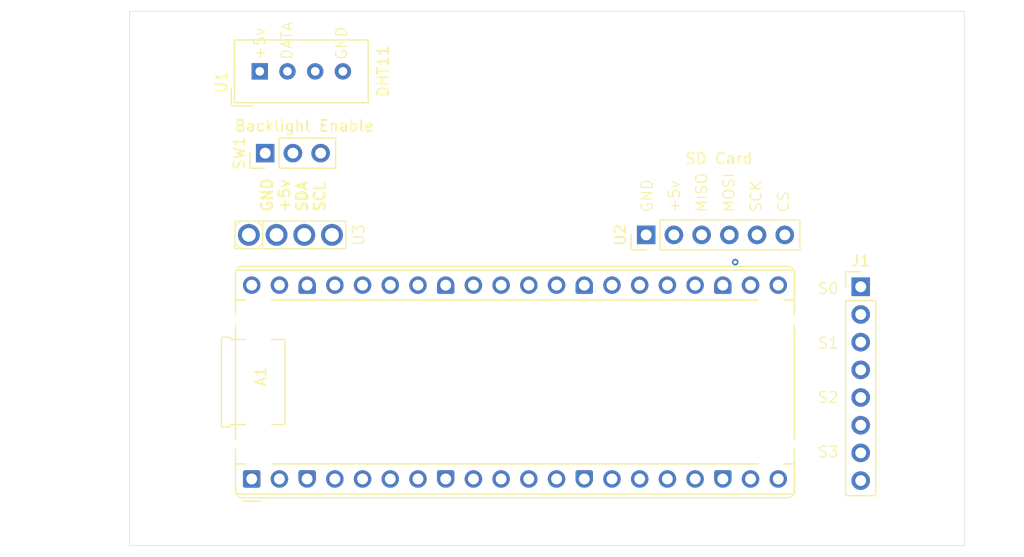
<source format=kicad_pcb>
(kicad_pcb (version 20241229) (generator "pcbnew") (generator_version "9.0")
  (layers (0 "F.Cu" signal) (2 "B.Cu" signal) (13 "F.Paste" user) (15 "B.Paste" user) (5 "F.SilkS" user "F.Silkscreen") (7 "B.SilkS" user "B.Silkscreen") (1 "F.Mask" user) (3 "B.Mask" user) (25 "Edge.Cuts" user))
  (net 0 "")
  (net 1 "GND")
  (net 3 "CS")
  (net 5 "S3")
  (net 6 "Net-(A1-GPIO20)")
  (net 8 "S2")
  (net 10 "MOSI")
  (net 14 "SCK")
  (net 15 "S1")
  (net 24 "SDA")
  (net 26 "SCL")
  (net 28 "+5V")
  (net 30 "S0")
  (net 31 "MISO")
  (net 34 "Net-(A1-GPIO0)")
  (footprint "Module:RaspberryPi_Pico_Common_THT" (layer "F.Cu") (at 109.6825 146.39 90)
    (property "Reference" "A1" (at 8.39 0.8175 90) (layer "F.SilkS") (effects (justify left)))
    (property "Value" "RaspberryPi_Pico")
    (fp_line (start 13 -2.78) (end 13 -1.96) (stroke (width 0.12)) (layer "F.SilkS"))
    (fp_line (start 4.78 -2.78) (end 13 -2.78) (stroke (width 0.12)) (layer "F.SilkS"))
    (fp_line (start 4.78 -2.78) (end 4.78 -1.96) (stroke (width 0.12)) (layer "F.SilkS"))
    (fp_line (start 13 -1.96) (end 12.79 -1.96) (stroke (width 0.12)) (layer "F.SilkS"))
    (fp_line (start 12.79 -1.96) (end 12.79 -0.564) (stroke (width 0.12)) (layer "F.SilkS"))
    (fp_line (start 4.99 -1.96) (end 4.99 -0.564) (stroke (width 0.12)) (layer "F.SilkS"))
    (fp_line (start 4.78 -1.96) (end 4.99 -1.96) (stroke (width 0.12)) (layer "F.SilkS"))
    (fp_line (start 18.89 -1.48) (end 16.4 -1.48) (stroke (width 0.12)) (layer "F.SilkS"))
    (fp_line (start 16.4 -1.48) (end 16.4 -0.56648) (stroke (width 0.12)) (layer "F.SilkS"))
    (fp_line (start 15.052061 -1.48) (end 16.4 -1.48) (stroke (width 0.12)) (layer "F.SilkS"))
    (fp_line (start 13.125 -1.48) (end 14.127939 -1.48) (stroke (width 0.12)) (layer "F.SilkS"))
    (fp_line (start 4.655 -1.48) (end 13.125 -1.48) (stroke (width 0.12)) (layer "F.SilkS"))
    (fp_line (start 3.652061 -1.48) (end 4.655 -1.48) (stroke (width 0.12)) (layer "F.SilkS"))
    (fp_line (start 1.38 -1.48) (end 2.72794 -1.48) (stroke (width 0.12)) (layer "F.SilkS"))
    (fp_line (start 1.38 -1.48) (end 1.38 -0.56648) (stroke (width 0.12)) (layer "F.SilkS"))
    (fp_line (start -1.11 -1.48) (end 1.38 -1.48) (stroke (width 0.12)) (layer "F.SilkS"))
    (fp_line (start -1.38 -1.417) (end -1.38 49.677) (stroke (width 0.12)) (layer "F.SilkS"))
    (fp_line (start 19.5 -0.87) (end 19.5 49.13) (stroke (width 0.12)) (layer "F.SilkS"))
    (fp_line (start -1.72 -0.87) (end -1.72 49.13) (stroke (width 0.12)) (layer "F.SilkS"))
    (fp_line (start -2.04 0.8) (end -2.04 -0.8) (stroke (width 0.12)) (layer "F.SilkS"))
    (fp_line (start 12.79 1.824) (end 12.79 3.04) (stroke (width 0.12)) (layer "F.SilkS"))
    (fp_line (start 4.99 1.824) (end 4.99 3.04) (stroke (width 0.12)) (layer "F.SilkS"))
    (fp_line (start 16.4 1.82648) (end 16.4 46.43352) (stroke (width 0.12)) (layer "F.SilkS"))
    (fp_line (start 1.38 1.82648) (end 1.38 46.43352) (stroke (width 0.12)) (layer "F.SilkS"))
    (fp_line (start 12.79 3.04) (end 4.99 3.04) (stroke (width 0.12)) (layer "F.SilkS"))
    (fp_line (start 16.4 48.82648) (end 16.4 49.74) (stroke (width 0.12)) (layer "F.SilkS"))
    (fp_line (start 1.38 48.82648) (end 1.38 49.74) (stroke (width 0.12)) (layer "F.SilkS"))
    (fp_line (start 19.16 49.677) (end 19.16 -1.417) (stroke (width 0.12)) (layer "F.SilkS"))
    (fp_line (start 15.052061 49.74) (end 18.89 49.74) (stroke (width 0.12)) (layer "F.SilkS"))
    (fp_line (start 14.127939 49.74) (end 12.49 49.74) (stroke (width 0.12)) (layer "F.SilkS"))
    (fp_line (start 12.49 49.74) (end 5.29 49.74) (stroke (width 0.12)) (layer "F.SilkS"))
    (fp_line (start 5.29 49.74) (end 3.652061 49.74) (stroke (width 0.12)) (layer "F.SilkS"))
    (fp_line (start -1.11 49.74) (end 2.727939 49.74) (stroke (width 0.12)) (layer "F.SilkS"))
    (fp_arc (start 18.89 -1.48) (mid 19.321335 -1.301335) (end 19.5 -0.87) (stroke (width 0.12)) (layer "F.SilkS"))
    (fp_arc (start -1.72 -0.87) (mid -1.541335 -1.301335) (end -1.11 -1.48) (stroke (width 0.12)) (layer "F.SilkS"))
    (fp_arc (start 19.5 49.13) (mid 19.321335 49.561335) (end 18.89 49.74) (stroke (width 0.12)) (layer "F.SilkS"))
    (fp_arc (start -1.11 49.74) (mid -1.541364 49.561364) (end -1.72 49.13) (stroke (width 0.12)) (layer "F.SilkS"))
    (pad "1" thru_hole roundrect (at 0 0 90) (size 1.6 1.6) (drill 1) (layers "*.Cu" "*.Mask") (roundrect_rratio 0.125) (net 34 "Net-(A1-GPIO0)"))
    (pad "2" thru_hole circle (at 0 2.54 90) (size 1.6 1.6) (drill 1) (layers "*.Cu" "*.Mask"))
    (pad "3" thru_hole custom (at 0 5.08 90) (size 1.6 1.6) (drill 1) (layers "*.Cu" "*.Mask") (net 1 "GND") (options (clearance outline) (anchor circle)) (primitives (gr_poly (pts (xy 0.8 0.6) (xy 0.8 -0.6) (xy 0.6 -0.8) (xy 0 -0.8) (xy 0 0.8) (xy 0.6 0.8)) (width 0) (fill yes)) (gr_circle (center 0.6 0.6) (end 0.8 0.6) (width 0) (fill yes)) (gr_circle (center 0.6 -0.6) (end 0.8 -0.6) (width 0) (fill yes))))
    (pad "4" thru_hole circle (at 0 7.62 90) (size 1.6 1.6) (drill 1) (layers "*.Cu" "*.Mask"))
    (pad "5" thru_hole circle (at 0 10.16 90) (size 1.6 1.6) (drill 1) (layers "*.Cu" "*.Mask"))
    (pad "6" thru_hole circle (at 0 12.7 90) (size 1.6 1.6) (drill 1) (layers "*.Cu" "*.Mask") (net 24 "SDA"))
    (pad "7" thru_hole circle (at 0 15.24 90) (size 1.6 1.6) (drill 1) (layers "*.Cu" "*.Mask") (net 26 "SCL"))
    (pad "8" thru_hole custom (at 0 17.78 90) (size 1.6 1.6) (drill 1) (layers "*.Cu" "*.Mask") (net 1 "GND") (options (clearance outline) (anchor circle)) (primitives (gr_poly (pts (xy 0.8 0.6) (xy 0.8 -0.6) (xy 0.6 -0.8) (xy 0 -0.8) (xy 0 0.8) (xy 0.6 0.8)) (width 0) (fill yes)) (gr_circle (center 0.6 0.6) (end 0.8 0.6) (width 0) (fill yes)) (gr_circle (center 0.6 -0.6) (end 0.8 -0.6) (width 0) (fill yes))))
    (pad "9" thru_hole circle (at 0 20.32 90) (size 1.6 1.6) (drill 1) (layers "*.Cu" "*.Mask"))
    (pad "10" thru_hole circle (at 0 22.86 90) (size 1.6 1.6) (drill 1) (layers "*.Cu" "*.Mask"))
    (pad "11" thru_hole circle (at 0 25.4 90) (size 1.6 1.6) (drill 1) (layers "*.Cu" "*.Mask"))
    (pad "12" thru_hole circle (at 0 27.94 90) (size 1.6 1.6) (drill 1) (layers "*.Cu" "*.Mask"))
    (pad "13" thru_hole custom (at 0 30.48 90) (size 1.6 1.6) (drill 1) (layers "*.Cu" "*.Mask") (net 1 "GND") (options (clearance outline) (anchor circle)) (primitives (gr_poly (pts (xy 0.8 0.6) (xy 0.8 -0.6) (xy 0.6 -0.8) (xy 0 -0.8) (xy 0 0.8) (xy 0.6 0.8)) (width 0) (fill yes)) (gr_circle (center 0.6 0.6) (end 0.8 0.6) (width 0) (fill yes)) (gr_circle (center 0.6 -0.6) (end 0.8 -0.6) (width 0) (fill yes))))
    (pad "14" thru_hole circle (at 0 33.02 90) (size 1.6 1.6) (drill 1) (layers "*.Cu" "*.Mask"))
    (pad "15" thru_hole circle (at 0 35.56 90) (size 1.6 1.6) (drill 1) (layers "*.Cu" "*.Mask"))
    (pad "16" thru_hole circle (at 0 38.1 90) (size 1.6 1.6) (drill 1) (layers "*.Cu" "*.Mask") (net 30 "S0"))
    (pad "17" thru_hole circle (at 0 40.64 90) (size 1.6 1.6) (drill 1) (layers "*.Cu" "*.Mask") (net 15 "S1"))
    (pad "18" thru_hole custom (at 0 43.18 90) (size 1.6 1.6) (drill 1) (layers "*.Cu" "*.Mask") (net 1 "GND") (options (clearance outline) (anchor circle)) (primitives (gr_poly (pts (xy 0.8 0.6) (xy 0.8 -0.6) (xy 0.6 -0.8) (xy 0 -0.8) (xy 0 0.8) (xy 0.6 0.8)) (width 0) (fill yes)) (gr_circle (center 0.6 0.6) (end 0.8 0.6) (width 0) (fill yes)) (gr_circle (center 0.6 -0.6) (end 0.8 -0.6) (width 0) (fill yes))))
    (pad "19" thru_hole circle (at 0 45.72 90) (size 1.6 1.6) (drill 1) (layers "*.Cu" "*.Mask") (net 8 "S2"))
    (pad "20" thru_hole circle (at 0 48.26 90) (size 1.6 1.6) (drill 1) (layers "*.Cu" "*.Mask") (net 5 "S3"))
    (pad "21" thru_hole circle (at 17.78 48.26 90) (size 1.6 1.6) (drill 1) (layers "*.Cu" "*.Mask") (net 31 "MISO"))
    (pad "22" thru_hole circle (at 17.78 45.72 90) (size 1.6 1.6) (drill 1) (layers "*.Cu" "*.Mask") (net 3 "CS"))
    (pad "23" thru_hole custom (at 17.78 43.18 90) (size 1.6 1.6) (drill 1) (layers "*.Cu" "*.Mask") (net 1 "GND") (options (clearance outline) (anchor circle)) (primitives (gr_poly (pts (xy -0.8 0.6) (xy -0.8 -0.6) (xy -0.6 -0.8) (xy 0 -0.8) (xy 0 0.8) (xy -0.6 0.8)) (width 0) (fill yes)) (gr_circle (center -0.6 0.6) (end -0.4 0.6) (width 0) (fill yes)) (gr_circle (center -0.6 -0.6) (end -0.4 -0.6) (width 0) (fill yes))))
    (pad "24" thru_hole circle (at 17.78 40.64 90) (size 1.6 1.6) (drill 1) (layers "*.Cu" "*.Mask") (net 14 "SCK"))
    (pad "25" thru_hole circle (at 17.78 38.1 90) (size 1.6 1.6) (drill 1) (layers "*.Cu" "*.Mask") (net 10 "MOSI"))
    (pad "26" thru_hole circle (at 17.78 35.56 90) (size 1.6 1.6) (drill 1) (layers "*.Cu" "*.Mask") (net 6 "Net-(A1-GPIO20)"))
    (pad "27" thru_hole circle (at 17.78 33.02 90) (size 1.6 1.6) (drill 1) (layers "*.Cu" "*.Mask"))
    (pad "28" thru_hole custom (at 17.78 30.48 90) (size 1.6 1.6) (drill 1) (layers "*.Cu" "*.Mask") (net 1 "GND") (options (clearance outline) (anchor circle)) (primitives (gr_poly (pts (xy -0.8 0.6) (xy -0.8 -0.6) (xy -0.6 -0.8) (xy 0 -0.8) (xy 0 0.8) (xy -0.6 0.8)) (width 0) (fill yes)) (gr_circle (center -0.6 0.6) (end -0.4 0.6) (width 0) (fill yes)) (gr_circle (center -0.6 -0.6) (end -0.4 -0.6) (width 0) (fill yes))))
    (pad "29" thru_hole circle (at 17.78 27.94 90) (size 1.6 1.6) (drill 1) (layers "*.Cu" "*.Mask"))
    (pad "30" thru_hole circle (at 17.78 25.4 90) (size 1.6 1.6) (drill 1) (layers "*.Cu" "*.Mask"))
    (pad "31" thru_hole circle (at 17.78 22.86 90) (size 1.6 1.6) (drill 1) (layers "*.Cu" "*.Mask"))
    (pad "32" thru_hole circle (at 17.78 20.32 90) (size 1.6 1.6) (drill 1) (layers "*.Cu" "*.Mask"))
    (pad "33" thru_hole custom (at 17.78 17.78 90) (size 1.6 1.6) (drill 1) (layers "*.Cu" "*.Mask") (options (clearance outline) (anchor circle)) (primitives (gr_poly (pts (xy -0.8 0.6) (xy -0.8 -0.6) (xy -0.6 -0.8) (xy 0 -0.8) (xy 0 0.8) (xy -0.6 0.8)) (width 0) (fill yes)) (gr_circle (center -0.6 0.6) (end -0.4 0.6) (width 0) (fill yes)) (gr_circle (center -0.6 -0.6) (end -0.4 -0.6) (width 0) (fill yes))))
    (pad "34" thru_hole circle (at 17.78 15.24 90) (size 1.6 1.6) (drill 1) (layers "*.Cu" "*.Mask"))
    (pad "35" thru_hole circle (at 17.78 12.7 90) (size 1.6 1.6) (drill 1) (layers "*.Cu" "*.Mask"))
    (pad "36" thru_hole circle (at 17.78 10.16 90) (size 1.6 1.6) (drill 1) (layers "*.Cu" "*.Mask"))
    (pad "37" thru_hole circle (at 17.78 7.62 90) (size 1.6 1.6) (drill 1) (layers "*.Cu" "*.Mask"))
    (pad "38" thru_hole custom (at 17.78 5.08 90) (size 1.6 1.6) (drill 1) (layers "*.Cu" "*.Mask") (net 1 "GND") (options (clearance outline) (anchor circle)) (primitives (gr_poly (pts (xy -0.8 0.6) (xy -0.8 -0.6) (xy -0.6 -0.8) (xy 0 -0.8) (xy 0 0.8) (xy -0.6 0.8)) (width 0) (fill yes)) (gr_circle (center -0.6 0.6) (end -0.4 0.6) (width 0) (fill yes)) (gr_circle (center -0.6 -0.6) (end -0.4 -0.6) (width 0) (fill yes))))
    (pad "39" thru_hole circle (at 17.78 2.54 90) (size 1.6 1.6) (drill 1) (layers "*.Cu" "*.Mask"))
    (pad "40" thru_hole circle (at 17.78 0 90) (size 1.6 1.6) (drill 1) (layers "*.Cu" "*.Mask") (net 28 "+5V"))
  )
  (footprint "Sensor:Aosong_DHT11_5.5x12.0_P2.54mm" (layer "F.Cu") (at 110.42 109 90)
    (property "Reference" "U1" (at -1 -3.5 90) (layer "F.SilkS"))
    (property "Value" "DHT11" (at 0 11.3 90) (layer "F.SilkS"))
    (fp_line (start -3.16 -2.6) (end -1.55 -2.6) (stroke (width 0.12)) (layer "F.SilkS"))
    (fp_line (start -3.16 -2.6) (end -3.16 -0.6) (stroke (width 0.12)) (layer "F.SilkS"))
    (fp_line (start 2.88 -2.32) (end 2.88 9.94) (stroke (width 0.12)) (layer "F.SilkS"))
    (fp_line (start -2.87 -2.32) (end 2.87 -2.32) (stroke (width 0.12)) (layer "F.SilkS"))
    (fp_line (start 2.88 9.94) (end -2.88 9.94) (stroke (width 0.12)) (layer "F.SilkS"))
    (fp_line (start -2.88 9.94) (end -2.88 -2.31) (stroke (width 0.12)) (layer "F.SilkS"))
    (pad "1" thru_hole rect (at 0 0 90) (size 1.5 1.5) (drill 0.8) (layers "*.Cu" "*.Mask") (net 28 "+5V"))
    (pad "2" thru_hole circle (at 0 2.54 90) (size 1.5 1.5) (drill 0.8) (layers "*.Cu" "*.Mask") (net 34 "Net-(A1-GPIO0)"))
    (pad "3" thru_hole circle (at 0 5.08 90) (size 1.5 1.5) (drill 0.8) (layers "*.Cu" "*.Mask"))
    (pad "4" thru_hole circle (at 0 7.62 90) (size 1.5 1.5) (drill 0.8) (layers "*.Cu" "*.Mask") (net 1 "GND"))
  )
  (footprint "Connector_PinHeader_2.54mm:PinHeader_1x03_P2.54mm_Vertical" (layer "F.Cu") (at 110.92 116.5 90)
    (property "Reference" "SW1" (at 0 -2.38 90) (layer "F.SilkS"))
    (property "Value" "Backlight Enable" (at 2.5 3.58 180) (layer "F.SilkS"))
    (fp_line (start -1.38 -1.38) (end 0 -1.38) (stroke (width 0.12)) (layer "F.SilkS"))
    (fp_line (start -1.38 0) (end -1.38 -1.38) (stroke (width 0.12)) (layer "F.SilkS"))
    (fp_line (start 1.38 1.27) (end 1.38 6.46) (stroke (width 0.12)) (layer "F.SilkS"))
    (fp_line (start -1.38 1.27) (end 1.38 1.27) (stroke (width 0.12)) (layer "F.SilkS"))
    (fp_line (start -1.38 1.27) (end -1.38 6.46) (stroke (width 0.12)) (layer "F.SilkS"))
    (fp_line (start -1.38 6.46) (end 1.38 6.46) (stroke (width 0.12)) (layer "F.SilkS"))
    (pad "1" thru_hole rect (at 0 0 90) (size 1.7 1.7) (drill 1) (layers "*.Cu" "*.Mask"))
    (pad "2" thru_hole circle (at 0 2.54 90) (size 1.7 1.7) (drill 1) (layers "*.Cu" "*.Mask") (net 6 "Net-(A1-GPIO20)"))
    (pad "3" thru_hole circle (at 0 5.08 90) (size 1.7 1.7) (drill 1) (layers "*.Cu" "*.Mask") (net 1 "GND"))
  )
  (footprint "CustomParts:I2C LCD" (layer "F.Cu") (at 113.23 124)
    (property "Reference" "U3" (at 6.27 0 90) (layer "F.SilkS") (effects (font (thickness 0.1))))
    (property "Value" "~" (hide yes))
    (fp_line (start -5.08 1.27) (end -4.572 1.27) (stroke (width 0.1)) (layer "F.SilkS"))
    (fp_line (start -4.572 -1.27) (end -5.08 -0.762) (stroke (width 0.1)) (layer "F.SilkS"))
    (fp_line (start -4.572 1.27) (end -5.08 0.762) (stroke (width 0.1)) (layer "F.SilkS"))
    (fp_line (start -3.048 1.27) (end -2.54 0.762) (stroke (width 0.1)) (layer "F.SilkS"))
    (fp_line (start -2.54 -0.762) (end -3.048 -1.27) (stroke (width 0.1)) (layer "F.SilkS"))
    (fp_line (start -2.54 1.27) (end -2.54 -1.27) (stroke (width 0.1)) (layer "F.SilkS"))
    (fp_rect (start -5.08 -1.27) (end 5.08 1.27) (stroke (width 0.1)) (fill no) (layer "F.SilkS"))
    (pad "1" thru_hole circle (at -3.81 0) (size 2 2) (drill 1.27) (layers "*.Cu" "*.Mask") (net 1 "GND"))
    (pad "2" thru_hole circle (at -1.27 0) (size 2 2) (drill 1.27) (layers "*.Cu" "*.Mask") (net 28 "+5V"))
    (pad "3" thru_hole circle (at 1.27 0) (size 2 2) (drill 1.27) (layers "*.Cu" "*.Mask") (net 24 "SDA"))
    (pad "4" thru_hole circle (at 3.81 0) (size 2 2) (drill 1.27) (layers "*.Cu" "*.Mask") (net 26 "SCL"))
  )
  (footprint "Connector_PinHeader_2.54mm:PinHeader_1x08_P2.54mm_Vertical" (layer "F.Cu") (at 165.5 128.76)
    (property "Reference" "J1" (at 0 -2.38 0) (layer "F.SilkS"))
    (property "Value" "Signal Pins")
    (fp_line (start -1.38 -1.38) (end 0 -1.38) (stroke (width 0.12)) (layer "F.SilkS"))
    (fp_line (start -1.38 0) (end -1.38 -1.38) (stroke (width 0.12)) (layer "F.SilkS"))
    (fp_line (start -1.38 1.27) (end -1.38 19.16) (stroke (width 0.12)) (layer "F.SilkS"))
    (fp_line (start -1.38 1.27) (end 1.38 1.27) (stroke (width 0.12)) (layer "F.SilkS"))
    (fp_line (start -1.38 19.16) (end 1.38 19.16) (stroke (width 0.12)) (layer "F.SilkS"))
    (fp_line (start 1.38 1.27) (end 1.38 19.16) (stroke (width 0.12)) (layer "F.SilkS"))
    (pad "1" thru_hole rect (at 0 0) (size 1.7 1.7) (drill 1) (layers "*.Cu" "*.Mask") (net 30 "S0"))
    (pad "2" thru_hole circle (at 0 2.54) (size 1.7 1.7) (drill 1) (layers "*.Cu" "*.Mask") (net 1 "GND"))
    (pad "3" thru_hole circle (at 0 5.08) (size 1.7 1.7) (drill 1) (layers "*.Cu" "*.Mask") (net 15 "S1"))
    (pad "4" thru_hole circle (at 0 7.62) (size 1.7 1.7) (drill 1) (layers "*.Cu" "*.Mask") (net 1 "GND"))
    (pad "5" thru_hole circle (at 0 10.16) (size 1.7 1.7) (drill 1) (layers "*.Cu" "*.Mask") (net 8 "S2"))
    (pad "6" thru_hole circle (at 0 12.7) (size 1.7 1.7) (drill 1) (layers "*.Cu" "*.Mask") (net 1 "GND"))
    (pad "7" thru_hole circle (at 0 15.24) (size 1.7 1.7) (drill 1) (layers "*.Cu" "*.Mask") (net 5 "S3"))
    (pad "8" thru_hole circle (at 0 17.78) (size 1.7 1.7) (drill 1) (layers "*.Cu" "*.Mask") (net 1 "GND"))
  )
  (footprint "MountingHole:MountingHole_3.2mm_M3" (layer "F.Cu") (at 102.5 148.5)
    (property "Reference" "REF**")
    (property "Value" "MountingHole_3.2mm_M3")
    (pad "" np_thru_hole circle (at 0 0) (size 3.2 3.2) (drill 3.2) (layers "*.Cu" "*.Mask"))
  )
  (footprint "MountingHole:MountingHole_3.2mm_M3" (layer "F.Cu") (at 171 107.5)
    (property "Reference" "REF**")
    (property "Value" "MountingHole_3.2mm_M3")
    (pad "" np_thru_hole circle (at 0 0) (size 3.2 3.2) (drill 3.2) (layers "*.Cu" "*.Mask"))
  )
  (footprint "MountingHole:MountingHole_3.2mm_M3" (layer "F.Cu") (at 102.5 107.5)
    (property "Reference" "REF**")
    (property "Value" "MountingHole_3.2mm_M3")
    (pad "" np_thru_hole circle (at 0 0) (size 3.2 3.2) (drill 3.2) (layers "*.Cu" "*.Mask"))
  )
  (footprint "Connector_PinHeader_2.54mm:PinHeader_1x06_P2.54mm_Vertical" (layer "F.Cu") (at 145.84 124 90)
    (property "Reference" "U2" (at 0 -2.38 90) (layer "F.SilkS"))
    (property "Value" "SD Card" (at 7 6.66 180) (layer "F.SilkS"))
    (fp_line (start -1.38 -1.38) (end 0 -1.38) (stroke (width 0.12)) (layer "F.SilkS"))
    (fp_line (start -1.38 0) (end -1.38 -1.38) (stroke (width 0.12)) (layer "F.SilkS"))
    (fp_line (start 1.38 1.27) (end 1.38 14.08) (stroke (width 0.12)) (layer "F.SilkS"))
    (fp_line (start -1.38 1.27) (end 1.38 1.27) (stroke (width 0.12)) (layer "F.SilkS"))
    (fp_line (start -1.38 1.27) (end -1.38 14.08) (stroke (width 0.12)) (layer "F.SilkS"))
    (fp_line (start -1.38 14.08) (end 1.38 14.08) (stroke (width 0.12)) (layer "F.SilkS"))
    (pad "1" thru_hole rect (at 0 0 90) (size 1.7 1.7) (drill 1) (layers "*.Cu" "*.Mask") (net 1 "GND"))
    (pad "2" thru_hole circle (at 0 2.54 90) (size 1.7 1.7) (drill 1) (layers "*.Cu" "*.Mask") (net 28 "+5V"))
    (pad "3" thru_hole circle (at 0 5.08 90) (size 1.7 1.7) (drill 1) (layers "*.Cu" "*.Mask") (net 31 "MISO"))
    (pad "4" thru_hole circle (at 0 7.62 90) (size 1.7 1.7) (drill 1) (layers "*.Cu" "*.Mask") (net 10 "MOSI"))
    (pad "5" thru_hole circle (at 0 10.16 90) (size 1.7 1.7) (drill 1) (layers "*.Cu" "*.Mask") (net 14 "SCK"))
    (pad "6" thru_hole circle (at 0 12.7 90) (size 1.7 1.7) (drill 1) (layers "*.Cu" "*.Mask") (net 3 "CS"))
  )
  (footprint "MountingHole:MountingHole_3.2mm_M3" (layer "F.Cu") (at 171 148.5)
    (property "Reference" "REF**")
    (property "Value" "MountingHole_3.2mm_M3")
    (pad "" np_thru_hole circle (at 0 0) (size 3.2 3.2) (drill 3.2) (layers "*.Cu" "*.Mask"))
  )
  (gr_rect (start 98.5 103.5) (end 175 152.5) (stroke (width 0.05)) (fill no) (layer "Edge.Cuts"))
  (gr_text "S3" (at 161.5 144.5 0) (layer "F.SilkS") (effects (font (size 1 1) (thickness 0.1)) (justify left bottom)))
  (gr_text "DATA" (at 113.5 108 90) (layer "F.SilkS") (effects (font (size 1 1) (thickness 0.1)) (justify left bottom)))
  (gr_text "S0" (at 161.5 129.5 0) (layer "F.SilkS") (effects (font (size 1 1) (thickness 0.1)) (justify left bottom)))
  (gr_text "S1" (at 161.5 134.5 0) (layer "F.SilkS") (effects (font (size 1 1) (thickness 0.1)) (justify left bottom)))
  (gr_text "MOSI\n" (at 154 122 90) (layer "F.SilkS") (effects (font (size 1 1) (thickness 0.1)) (justify left bottom)))
  (gr_text "SCK" (at 156.5 122 90) (layer "F.SilkS") (effects (font (size 1 1) (thickness 0.1)) (justify left bottom)))
  (gr_text "S2" (at 161.5 139.5 0) (layer "F.SilkS") (effects (font (size 1 1) (thickness 0.1)) (justify left bottom)))
  (gr_text "GND" (at 118.5 108 90) (layer "F.SilkS") (effects (font (size 1 1) (thickness 0.1)) (justify left bottom)))
  (gr_text "MISO" (at 151.5 122 90) (layer "F.SilkS") (effects (font (size 1 1) (thickness 0.1)) (justify left bottom)))
  (gr_text "GND\n+5v\nSDA\nSCL" (at 116.5 122 90) (layer "F.SilkS") (effects (font (size 1 1) (thickness 0.2) (bold yes)) (justify left bottom)))
  (gr_text "+5v" (at 111 108 90) (layer "F.SilkS") (effects (font (size 1 1) (thickness 0.1)) (justify left bottom)))
  (gr_text "CS" (at 159 122 90) (layer "F.SilkS") (effects (font (size 1 1) (thickness 0.1)) (justify left bottom)))
  (gr_text "GND" (at 146.5 122 90) (layer "F.SilkS") (effects (font (size 1 1) (thickness 0.1)) (justify left bottom)))
  (gr_text "+5v" (at 149 122 90) (layer "F.SilkS") (effects (font (size 1 1) (thickness 0.1)) (justify left bottom)))
  (via (at 154 126.5) (size 0.6) (drill 0.3) (layers "F.Cu" "B.Cu") (net 14))
)
</source>
